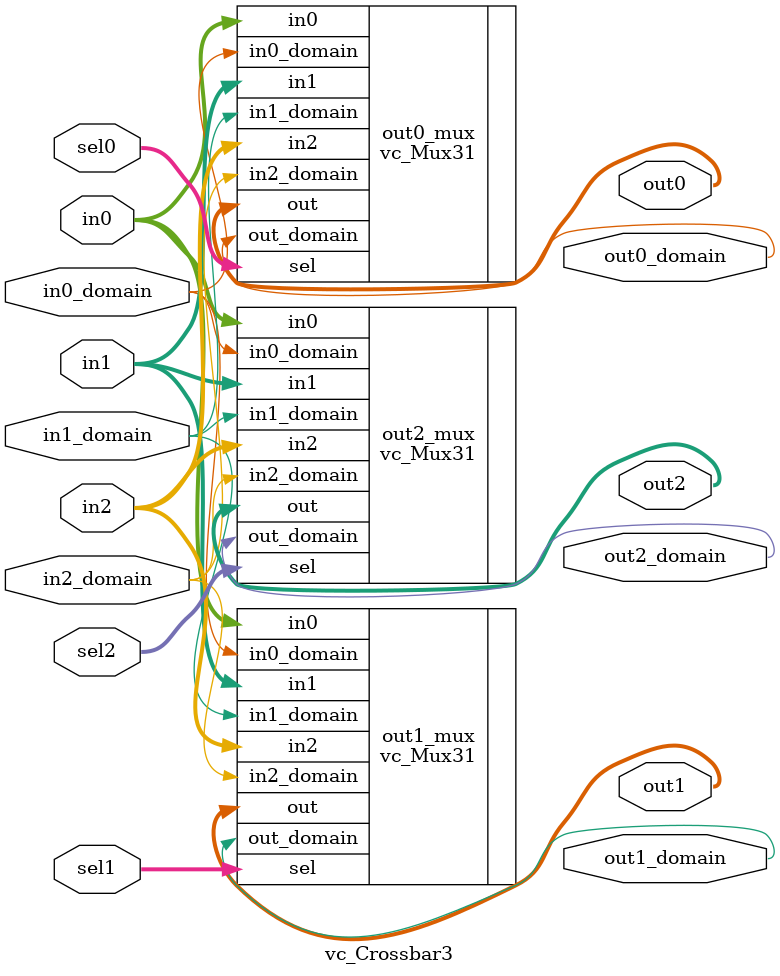
<source format=v>

`ifndef VC_CROSSBAR3_V
`define VC_CROSSBAR3_V

`include "vc-mux3.v"


module vc_Crossbar3
#(
  parameter p_nbits = 32
)
(
  input  [p_nbits-1:0]   	in0,
  input  [p_nbits-1:0]   	in1,
  input  [p_nbits-1:0]   	in2,

  input	 [0:0]			 					in0_domain,
  input  [0:0]			 					in1_domain,
  input  [0:0]			 					in2_domain,

  input  [1:0]           					sel0,
  input  [1:0]           					sel1,
  input  [1:0]           					sel2,

  output [p_nbits-1:0]   	out0,
  output [p_nbits-1:0]   	out1,
  output [p_nbits-1:0]   	out2,

  output [0:0]			 					out0_domain,
  output [0:0]			 					out1_domain,
  output [0:0]			 					out2_domain
);

  reg 	 [0:0]									out0_domain;
  reg	 [0:0]									out1_domain;
  reg    [0:0]									out2_domain;

  vc_Mux31#(p_nbits) out0_mux
  (
    .in0 		(in0),
    .in1 		(in1),
    .in2 		(in2),
	.in0_domain	(in0_domain),
	.in1_domain (in1_domain),
	.in2_domain	(in2_domain),	
    .sel 		(sel0),
    .out 		(out0),
	.out_domain	(out0_domain)
  );

  vc_Mux31#(p_nbits) out1_mux
  (
    .in0 		(in0),
    .in1 		(in1),
    .in2 		(in2),
	.in0_domain	(in0_domain),
	.in1_domain	(in1_domain),
	.in2_domain (in2_domain),
    .sel 		(sel1),
    .out 		(out1),
	.out_domain	(out1_domain)
  );

  vc_Mux31#(p_nbits) out2_mux
  (
    .in0 		(in0),
    .in1 		(in1),
    .in2 		(in2),
	.in0_domain	(in0_domain),
	.in1_domain	(in1_domain),
	.in2_domain	(in2_domain),
    .sel 		(sel2),
    .out 		(out2),
	.out_domain	(out2_domain)
  );

endmodule

`endif /* VC_CROSSBAR3_V */

</source>
